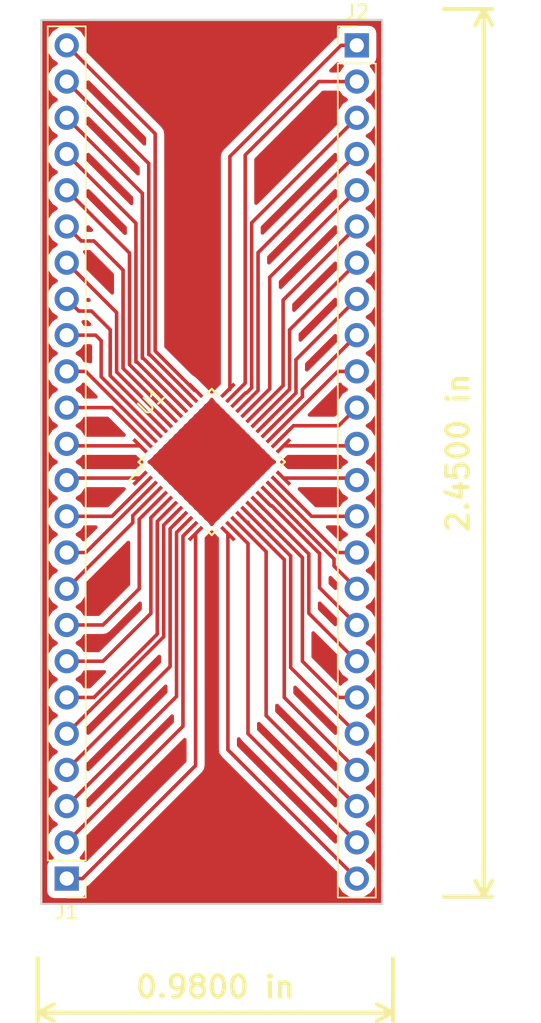
<source format=kicad_pcb>
(kicad_pcb (version 20170922) (host pcbnew "(2017-11-15 revision 370c3b068)-master")

  (general
    (thickness 1.6)
    (drawings 6)
    (tracks 166)
    (zones 0)
    (modules 3)
    (nets 49)
  )

  (page A4)
  (layers
    (0 F.Cu signal)
    (31 B.Cu signal)
    (32 B.Adhes user)
    (33 F.Adhes user)
    (34 B.Paste user)
    (35 F.Paste user)
    (36 B.SilkS user)
    (37 F.SilkS user)
    (38 B.Mask user)
    (39 F.Mask user)
    (40 Dwgs.User user)
    (41 Cmts.User user)
    (42 Eco1.User user)
    (43 Eco2.User user)
    (44 Edge.Cuts user)
    (45 Margin user)
    (46 B.CrtYd user)
    (47 F.CrtYd user)
    (48 B.Fab user)
    (49 F.Fab user)
  )

  (setup
    (last_trace_width 0.25)
    (trace_clearance 0.2)
    (zone_clearance 0.508)
    (zone_45_only no)
    (trace_min 0.2)
    (segment_width 0.2)
    (edge_width 0.15)
    (via_size 0.8)
    (via_drill 0.4)
    (via_min_size 0.4)
    (via_min_drill 0.3)
    (uvia_size 0.3)
    (uvia_drill 0.1)
    (uvias_allowed no)
    (uvia_min_size 0.2)
    (uvia_min_drill 0.1)
    (pcb_text_width 0.3)
    (pcb_text_size 1.5 1.5)
    (mod_edge_width 0.15)
    (mod_text_size 1 1)
    (mod_text_width 0.15)
    (pad_size 1.524 1.524)
    (pad_drill 0.762)
    (pad_to_mask_clearance 0.2)
    (aux_axis_origin 0 0)
    (visible_elements FFFFFF7F)
    (pcbplotparams
      (layerselection 0x01080_7fffffff)
      (usegerberextensions false)
      (usegerberattributes true)
      (usegerberadvancedattributes true)
      (creategerberjobfile true)
      (excludeedgelayer true)
      (linewidth 0.100000)
      (plotframeref false)
      (viasonmask false)
      (mode 1)
      (useauxorigin false)
      (hpglpennumber 1)
      (hpglpenspeed 20)
      (hpglpendiameter 15)
      (psnegative false)
      (psa4output false)
      (plotreference true)
      (plotvalue true)
      (plotinvisibletext false)
      (padsonsilk false)
      (subtractmaskfromsilk false)
      (outputformat 1)
      (mirror false)
      (drillshape 0)
      (scaleselection 1)
      (outputdirectory ../../../../temp/gerber/))
  )

  (net 0 "")
  (net 1 J1_24)
  (net 2 J1_23)
  (net 3 J1_22)
  (net 4 J1_21)
  (net 5 J1_20)
  (net 6 J1_19)
  (net 7 J1_18)
  (net 8 J1_17)
  (net 9 J1_16)
  (net 10 J1_15)
  (net 11 J1_14)
  (net 12 J1_13)
  (net 13 J1_12)
  (net 14 J1_11)
  (net 15 J1_10)
  (net 16 J1_09)
  (net 17 J1_08)
  (net 18 J1_07)
  (net 19 J1_06)
  (net 20 J1_05)
  (net 21 J1_04)
  (net 22 J1_03)
  (net 23 J1_02)
  (net 24 J1_01)
  (net 25 J2_01)
  (net 26 J2_02)
  (net 27 J2_03)
  (net 28 J2_04)
  (net 29 J2_05)
  (net 30 J2_06)
  (net 31 J2_07)
  (net 32 J2_08)
  (net 33 J2_09)
  (net 34 J2_10)
  (net 35 J2_11)
  (net 36 J2_12)
  (net 37 J2_13)
  (net 38 J2_14)
  (net 39 J2_15)
  (net 40 J2_16)
  (net 41 J2_17)
  (net 42 J2_18)
  (net 43 J2_19)
  (net 44 J2_20)
  (net 45 J2_21)
  (net 46 J2_22)
  (net 47 J2_23)
  (net 48 J2_24)

  (net_class Default "This is the default net class."
    (clearance 0.2)
    (trace_width 0.25)
    (via_dia 0.8)
    (via_drill 0.4)
    (uvia_dia 0.3)
    (uvia_drill 0.1)
    (add_net J1_01)
    (add_net J1_02)
    (add_net J1_03)
    (add_net J1_04)
    (add_net J1_05)
    (add_net J1_06)
    (add_net J1_07)
    (add_net J1_08)
    (add_net J1_09)
    (add_net J1_10)
    (add_net J1_11)
    (add_net J1_12)
    (add_net J1_13)
    (add_net J1_14)
    (add_net J1_15)
    (add_net J1_16)
    (add_net J1_17)
    (add_net J1_18)
    (add_net J1_19)
    (add_net J1_20)
    (add_net J1_21)
    (add_net J1_22)
    (add_net J1_23)
    (add_net J1_24)
    (add_net J2_01)
    (add_net J2_02)
    (add_net J2_03)
    (add_net J2_04)
    (add_net J2_05)
    (add_net J2_06)
    (add_net J2_07)
    (add_net J2_08)
    (add_net J2_09)
    (add_net J2_10)
    (add_net J2_11)
    (add_net J2_12)
    (add_net J2_13)
    (add_net J2_14)
    (add_net J2_15)
    (add_net J2_16)
    (add_net J2_17)
    (add_net J2_18)
    (add_net J2_19)
    (add_net J2_20)
    (add_net J2_21)
    (add_net J2_22)
    (add_net J2_23)
    (add_net J2_24)
  )

  (module Housings_QFP:LQFP-48_7x7mm_Pitch0.5mm (layer F.Cu) (tedit 54130A77) (tstamp 5A561A2A)
    (at 147.32 80.01 45)
    (descr "48 LEAD LQFP 7x7mm (see MICREL LQFP7x7-48LD-PL-1.pdf)")
    (tags "QFP 0.5")
    (path /5A54BC8D)
    (attr smd)
    (fp_text reference U1 (at 0 -6 45) (layer F.SilkS)
      (effects (font (size 1 1) (thickness 0.15)))
    )
    (fp_text value STM32F103C8Tx (at 0 6 45) (layer F.Fab)
      (effects (font (size 1 1) (thickness 0.15)))
    )
    (fp_text user %R (at 0 0 45) (layer F.Fab)
      (effects (font (size 1 1) (thickness 0.15)))
    )
    (fp_line (start -2.5 -3.5) (end 3.5 -3.5) (layer F.Fab) (width 0.15))
    (fp_line (start 3.5 -3.5) (end 3.5 3.5) (layer F.Fab) (width 0.15))
    (fp_line (start 3.5 3.5) (end -3.5 3.5) (layer F.Fab) (width 0.15))
    (fp_line (start -3.5 3.5) (end -3.5 -2.5) (layer F.Fab) (width 0.15))
    (fp_line (start -3.5 -2.5) (end -2.5 -3.5) (layer F.Fab) (width 0.15))
    (fp_line (start -5.25 -5.25) (end -5.25 5.25) (layer F.CrtYd) (width 0.05))
    (fp_line (start 5.25 -5.25) (end 5.25 5.25) (layer F.CrtYd) (width 0.05))
    (fp_line (start -5.25 -5.25) (end 5.25 -5.25) (layer F.CrtYd) (width 0.05))
    (fp_line (start -5.25 5.25) (end 5.25 5.25) (layer F.CrtYd) (width 0.05))
    (fp_line (start -3.625 -3.625) (end -3.625 -3.175) (layer F.SilkS) (width 0.15))
    (fp_line (start 3.625 -3.625) (end 3.625 -3.1) (layer F.SilkS) (width 0.15))
    (fp_line (start 3.625 3.625) (end 3.625 3.1) (layer F.SilkS) (width 0.15))
    (fp_line (start -3.625 3.625) (end -3.625 3.1) (layer F.SilkS) (width 0.15))
    (fp_line (start -3.625 -3.625) (end -3.1 -3.625) (layer F.SilkS) (width 0.15))
    (fp_line (start -3.625 3.625) (end -3.1 3.625) (layer F.SilkS) (width 0.15))
    (fp_line (start 3.625 3.625) (end 3.1 3.625) (layer F.SilkS) (width 0.15))
    (fp_line (start 3.625 -3.625) (end 3.1 -3.625) (layer F.SilkS) (width 0.15))
    (fp_line (start -3.625 -3.175) (end -5 -3.175) (layer F.SilkS) (width 0.15))
    (pad 1 smd rect (at -4.35 -2.75 45) (size 1.3 0.25) (layers F.Cu F.Paste F.Mask)
      (net 13 J1_12))
    (pad 2 smd rect (at -4.35 -2.25 45) (size 1.3 0.25) (layers F.Cu F.Paste F.Mask)
      (net 14 J1_11))
    (pad 3 smd rect (at -4.35 -1.749999 45) (size 1.3 0.25) (layers F.Cu F.Paste F.Mask)
      (net 15 J1_10))
    (pad 4 smd rect (at -4.35 -1.25 45) (size 1.3 0.25) (layers F.Cu F.Paste F.Mask)
      (net 16 J1_09))
    (pad 5 smd rect (at -4.35 -0.750001 45) (size 1.3 0.25) (layers F.Cu F.Paste F.Mask)
      (net 17 J1_08))
    (pad 6 smd rect (at -4.35 -0.25 45) (size 1.3 0.25) (layers F.Cu F.Paste F.Mask)
      (net 18 J1_07))
    (pad 7 smd rect (at -4.35 0.25 45) (size 1.3 0.25) (layers F.Cu F.Paste F.Mask)
      (net 19 J1_06))
    (pad 8 smd rect (at -4.35 0.750001 45) (size 1.3 0.25) (layers F.Cu F.Paste F.Mask)
      (net 20 J1_05))
    (pad 9 smd rect (at -4.35 1.25 45) (size 1.3 0.25) (layers F.Cu F.Paste F.Mask)
      (net 21 J1_04))
    (pad 10 smd rect (at -4.35 1.749999 45) (size 1.3 0.25) (layers F.Cu F.Paste F.Mask)
      (net 22 J1_03))
    (pad 11 smd rect (at -4.35 2.25 45) (size 1.3 0.25) (layers F.Cu F.Paste F.Mask)
      (net 23 J1_02))
    (pad 12 smd rect (at -4.35 2.75 45) (size 1.3 0.25) (layers F.Cu F.Paste F.Mask)
      (net 24 J1_01))
    (pad 13 smd rect (at -2.75 4.35 135) (size 1.3 0.25) (layers F.Cu F.Paste F.Mask)
      (net 48 J2_24))
    (pad 14 smd rect (at -2.25 4.35 135) (size 1.3 0.25) (layers F.Cu F.Paste F.Mask)
      (net 47 J2_23))
    (pad 15 smd rect (at -1.749999 4.35 135) (size 1.3 0.25) (layers F.Cu F.Paste F.Mask)
      (net 46 J2_22))
    (pad 16 smd rect (at -1.25 4.35 135) (size 1.3 0.25) (layers F.Cu F.Paste F.Mask)
      (net 45 J2_21))
    (pad 17 smd rect (at -0.750001 4.35 135) (size 1.3 0.25) (layers F.Cu F.Paste F.Mask)
      (net 44 J2_20))
    (pad 18 smd rect (at -0.25 4.35 135) (size 1.3 0.25) (layers F.Cu F.Paste F.Mask)
      (net 43 J2_19))
    (pad 19 smd rect (at 0.25 4.35 135) (size 1.3 0.25) (layers F.Cu F.Paste F.Mask)
      (net 42 J2_18))
    (pad 20 smd rect (at 0.750001 4.35 135) (size 1.3 0.25) (layers F.Cu F.Paste F.Mask)
      (net 41 J2_17))
    (pad 21 smd rect (at 1.25 4.35 135) (size 1.3 0.25) (layers F.Cu F.Paste F.Mask)
      (net 40 J2_16))
    (pad 22 smd rect (at 1.749999 4.35 135) (size 1.3 0.25) (layers F.Cu F.Paste F.Mask)
      (net 39 J2_15))
    (pad 23 smd rect (at 2.25 4.35 135) (size 1.3 0.25) (layers F.Cu F.Paste F.Mask)
      (net 38 J2_14))
    (pad 24 smd rect (at 2.75 4.35 135) (size 1.3 0.25) (layers F.Cu F.Paste F.Mask)
      (net 37 J2_13))
    (pad 25 smd rect (at 4.35 2.75 45) (size 1.3 0.25) (layers F.Cu F.Paste F.Mask)
      (net 36 J2_12))
    (pad 26 smd rect (at 4.35 2.25 45) (size 1.3 0.25) (layers F.Cu F.Paste F.Mask)
      (net 35 J2_11))
    (pad 27 smd rect (at 4.35 1.749999 45) (size 1.3 0.25) (layers F.Cu F.Paste F.Mask)
      (net 34 J2_10))
    (pad 28 smd rect (at 4.35 1.25 45) (size 1.3 0.25) (layers F.Cu F.Paste F.Mask)
      (net 33 J2_09))
    (pad 29 smd rect (at 4.35 0.750001 45) (size 1.3 0.25) (layers F.Cu F.Paste F.Mask)
      (net 32 J2_08))
    (pad 30 smd rect (at 4.35 0.25 45) (size 1.3 0.25) (layers F.Cu F.Paste F.Mask)
      (net 31 J2_07))
    (pad 31 smd rect (at 4.35 -0.25 45) (size 1.3 0.25) (layers F.Cu F.Paste F.Mask)
      (net 30 J2_06))
    (pad 32 smd rect (at 4.35 -0.750001 45) (size 1.3 0.25) (layers F.Cu F.Paste F.Mask)
      (net 29 J2_05))
    (pad 33 smd rect (at 4.35 -1.25 45) (size 1.3 0.25) (layers F.Cu F.Paste F.Mask)
      (net 28 J2_04))
    (pad 34 smd rect (at 4.35 -1.749999 45) (size 1.3 0.25) (layers F.Cu F.Paste F.Mask)
      (net 27 J2_03))
    (pad 35 smd rect (at 4.35 -2.25 45) (size 1.3 0.25) (layers F.Cu F.Paste F.Mask)
      (net 26 J2_02))
    (pad 36 smd rect (at 4.35 -2.75 45) (size 1.3 0.25) (layers F.Cu F.Paste F.Mask)
      (net 25 J2_01))
    (pad 37 smd rect (at 2.75 -4.35 135) (size 1.3 0.25) (layers F.Cu F.Paste F.Mask)
      (net 1 J1_24))
    (pad 38 smd rect (at 2.25 -4.35 135) (size 1.3 0.25) (layers F.Cu F.Paste F.Mask)
      (net 2 J1_23))
    (pad 39 smd rect (at 1.749999 -4.35 135) (size 1.3 0.25) (layers F.Cu F.Paste F.Mask)
      (net 3 J1_22))
    (pad 40 smd rect (at 1.25 -4.35 135) (size 1.3 0.25) (layers F.Cu F.Paste F.Mask)
      (net 4 J1_21))
    (pad 41 smd rect (at 0.750001 -4.35 135) (size 1.3 0.25) (layers F.Cu F.Paste F.Mask)
      (net 5 J1_20))
    (pad 42 smd rect (at 0.25 -4.35 135) (size 1.3 0.25) (layers F.Cu F.Paste F.Mask)
      (net 6 J1_19))
    (pad 43 smd rect (at -0.25 -4.35 135) (size 1.3 0.25) (layers F.Cu F.Paste F.Mask)
      (net 7 J1_18))
    (pad 44 smd rect (at -0.750001 -4.35 135) (size 1.3 0.25) (layers F.Cu F.Paste F.Mask)
      (net 8 J1_17))
    (pad 45 smd rect (at -1.25 -4.35 135) (size 1.3 0.25) (layers F.Cu F.Paste F.Mask)
      (net 9 J1_16))
    (pad 46 smd rect (at -1.749999 -4.35 135) (size 1.3 0.25) (layers F.Cu F.Paste F.Mask)
      (net 10 J1_15))
    (pad 47 smd rect (at -2.25 -4.35 135) (size 1.3 0.25) (layers F.Cu F.Paste F.Mask)
      (net 11 J1_14))
    (pad 48 smd rect (at -2.75 -4.35 135) (size 1.3 0.25) (layers F.Cu F.Paste F.Mask)
      (net 12 J1_13))
    (model ${KISYS3DMOD}/Housings_QFP.3dshapes/LQFP-48_7x7mm_Pitch0.5mm.wrl
      (at (xyz 0 0 0))
      (scale (xyz 1 1 1))
      (rotate (xyz 0 0 0))
    )
  )

  (module Pin_Headers:Pin_Header_Straight_1x24_Pitch2.54mm (layer F.Cu) (tedit 59650532) (tstamp 5A55F434)
    (at 157.48 50.8)
    (descr "Through hole straight pin header, 1x24, 2.54mm pitch, single row")
    (tags "Through hole pin header THT 1x24 2.54mm single row")
    (path /5A55C556)
    (fp_text reference J2 (at 0 -2.33) (layer F.SilkS)
      (effects (font (size 1 1) (thickness 0.15)))
    )
    (fp_text value Conn_01x24 (at 0 60.75) (layer F.Fab)
      (effects (font (size 1 1) (thickness 0.15)))
    )
    (fp_line (start -0.635 -1.27) (end 1.27 -1.27) (layer F.Fab) (width 0.1))
    (fp_line (start 1.27 -1.27) (end 1.27 59.69) (layer F.Fab) (width 0.1))
    (fp_line (start 1.27 59.69) (end -1.27 59.69) (layer F.Fab) (width 0.1))
    (fp_line (start -1.27 59.69) (end -1.27 -0.635) (layer F.Fab) (width 0.1))
    (fp_line (start -1.27 -0.635) (end -0.635 -1.27) (layer F.Fab) (width 0.1))
    (fp_line (start -1.33 59.75) (end 1.33 59.75) (layer F.SilkS) (width 0.12))
    (fp_line (start -1.33 1.27) (end -1.33 59.75) (layer F.SilkS) (width 0.12))
    (fp_line (start 1.33 1.27) (end 1.33 59.75) (layer F.SilkS) (width 0.12))
    (fp_line (start -1.33 1.27) (end 1.33 1.27) (layer F.SilkS) (width 0.12))
    (fp_line (start -1.33 0) (end -1.33 -1.33) (layer F.SilkS) (width 0.12))
    (fp_line (start -1.33 -1.33) (end 0 -1.33) (layer F.SilkS) (width 0.12))
    (fp_line (start -1.8 -1.8) (end -1.8 60.2) (layer F.CrtYd) (width 0.05))
    (fp_line (start -1.8 60.2) (end 1.8 60.2) (layer F.CrtYd) (width 0.05))
    (fp_line (start 1.8 60.2) (end 1.8 -1.8) (layer F.CrtYd) (width 0.05))
    (fp_line (start 1.8 -1.8) (end -1.8 -1.8) (layer F.CrtYd) (width 0.05))
    (fp_text user %R (at 0 29.21 90) (layer F.Fab)
      (effects (font (size 1 1) (thickness 0.15)))
    )
    (pad 1 thru_hole rect (at 0 0) (size 1.7 1.7) (drill 1) (layers *.Cu *.Mask)
      (net 25 J2_01))
    (pad 2 thru_hole oval (at 0 2.54) (size 1.7 1.7) (drill 1) (layers *.Cu *.Mask)
      (net 26 J2_02))
    (pad 3 thru_hole oval (at 0 5.08) (size 1.7 1.7) (drill 1) (layers *.Cu *.Mask)
      (net 27 J2_03))
    (pad 4 thru_hole oval (at 0 7.62) (size 1.7 1.7) (drill 1) (layers *.Cu *.Mask)
      (net 28 J2_04))
    (pad 5 thru_hole oval (at 0 10.16) (size 1.7 1.7) (drill 1) (layers *.Cu *.Mask)
      (net 29 J2_05))
    (pad 6 thru_hole oval (at 0 12.7) (size 1.7 1.7) (drill 1) (layers *.Cu *.Mask)
      (net 30 J2_06))
    (pad 7 thru_hole oval (at 0 15.24) (size 1.7 1.7) (drill 1) (layers *.Cu *.Mask)
      (net 31 J2_07))
    (pad 8 thru_hole oval (at 0 17.78) (size 1.7 1.7) (drill 1) (layers *.Cu *.Mask)
      (net 32 J2_08))
    (pad 9 thru_hole oval (at 0 20.32) (size 1.7 1.7) (drill 1) (layers *.Cu *.Mask)
      (net 33 J2_09))
    (pad 10 thru_hole oval (at 0 22.86) (size 1.7 1.7) (drill 1) (layers *.Cu *.Mask)
      (net 34 J2_10))
    (pad 11 thru_hole oval (at 0 25.4) (size 1.7 1.7) (drill 1) (layers *.Cu *.Mask)
      (net 35 J2_11))
    (pad 12 thru_hole oval (at 0 27.94) (size 1.7 1.7) (drill 1) (layers *.Cu *.Mask)
      (net 36 J2_12))
    (pad 13 thru_hole oval (at 0 30.48) (size 1.7 1.7) (drill 1) (layers *.Cu *.Mask)
      (net 37 J2_13))
    (pad 14 thru_hole oval (at 0 33.02) (size 1.7 1.7) (drill 1) (layers *.Cu *.Mask)
      (net 38 J2_14))
    (pad 15 thru_hole oval (at 0 35.56) (size 1.7 1.7) (drill 1) (layers *.Cu *.Mask)
      (net 39 J2_15))
    (pad 16 thru_hole oval (at 0 38.1) (size 1.7 1.7) (drill 1) (layers *.Cu *.Mask)
      (net 40 J2_16))
    (pad 17 thru_hole oval (at 0 40.64) (size 1.7 1.7) (drill 1) (layers *.Cu *.Mask)
      (net 41 J2_17))
    (pad 18 thru_hole oval (at 0 43.18) (size 1.7 1.7) (drill 1) (layers *.Cu *.Mask)
      (net 42 J2_18))
    (pad 19 thru_hole oval (at 0 45.72) (size 1.7 1.7) (drill 1) (layers *.Cu *.Mask)
      (net 43 J2_19))
    (pad 20 thru_hole oval (at 0 48.26) (size 1.7 1.7) (drill 1) (layers *.Cu *.Mask)
      (net 44 J2_20))
    (pad 21 thru_hole oval (at 0 50.8) (size 1.7 1.7) (drill 1) (layers *.Cu *.Mask)
      (net 45 J2_21))
    (pad 22 thru_hole oval (at 0 53.34) (size 1.7 1.7) (drill 1) (layers *.Cu *.Mask)
      (net 46 J2_22))
    (pad 23 thru_hole oval (at 0 55.88) (size 1.7 1.7) (drill 1) (layers *.Cu *.Mask)
      (net 47 J2_23))
    (pad 24 thru_hole oval (at 0 58.42) (size 1.7 1.7) (drill 1) (layers *.Cu *.Mask)
      (net 48 J2_24))
    (model ${KISYS3DMOD}/Pin_Headers.3dshapes/Pin_Header_Straight_1x24_Pitch2.54mm.wrl
      (at (xyz 0 0 0))
      (scale (xyz 1 1 1))
      (rotate (xyz 0 0 0))
    )
  )

  (module Pin_Headers:Pin_Header_Straight_1x24_Pitch2.54mm (layer F.Cu) (tedit 59650532) (tstamp 5A55F409)
    (at 137.16 109.22 180)
    (descr "Through hole straight pin header, 1x24, 2.54mm pitch, single row")
    (tags "Through hole pin header THT 1x24 2.54mm single row")
    (path /5A54C245)
    (fp_text reference J1 (at 0 -2.33 180) (layer F.SilkS)
      (effects (font (size 1 1) (thickness 0.15)))
    )
    (fp_text value Conn_01x24 (at 0 60.75 180) (layer F.Fab)
      (effects (font (size 1 1) (thickness 0.15)))
    )
    (fp_text user %R (at 0 29.21 270) (layer F.Fab)
      (effects (font (size 1 1) (thickness 0.15)))
    )
    (fp_line (start 1.8 -1.8) (end -1.8 -1.8) (layer F.CrtYd) (width 0.05))
    (fp_line (start 1.8 60.2) (end 1.8 -1.8) (layer F.CrtYd) (width 0.05))
    (fp_line (start -1.8 60.2) (end 1.8 60.2) (layer F.CrtYd) (width 0.05))
    (fp_line (start -1.8 -1.8) (end -1.8 60.2) (layer F.CrtYd) (width 0.05))
    (fp_line (start -1.33 -1.33) (end 0 -1.33) (layer F.SilkS) (width 0.12))
    (fp_line (start -1.33 0) (end -1.33 -1.33) (layer F.SilkS) (width 0.12))
    (fp_line (start -1.33 1.27) (end 1.33 1.27) (layer F.SilkS) (width 0.12))
    (fp_line (start 1.33 1.27) (end 1.33 59.75) (layer F.SilkS) (width 0.12))
    (fp_line (start -1.33 1.27) (end -1.33 59.75) (layer F.SilkS) (width 0.12))
    (fp_line (start -1.33 59.75) (end 1.33 59.75) (layer F.SilkS) (width 0.12))
    (fp_line (start -1.27 -0.635) (end -0.635 -1.27) (layer F.Fab) (width 0.1))
    (fp_line (start -1.27 59.69) (end -1.27 -0.635) (layer F.Fab) (width 0.1))
    (fp_line (start 1.27 59.69) (end -1.27 59.69) (layer F.Fab) (width 0.1))
    (fp_line (start 1.27 -1.27) (end 1.27 59.69) (layer F.Fab) (width 0.1))
    (fp_line (start -0.635 -1.27) (end 1.27 -1.27) (layer F.Fab) (width 0.1))
    (pad 24 thru_hole oval (at 0 58.42 180) (size 1.7 1.7) (drill 1) (layers *.Cu *.Mask)
      (net 1 J1_24))
    (pad 23 thru_hole oval (at 0 55.88 180) (size 1.7 1.7) (drill 1) (layers *.Cu *.Mask)
      (net 2 J1_23))
    (pad 22 thru_hole oval (at 0 53.34 180) (size 1.7 1.7) (drill 1) (layers *.Cu *.Mask)
      (net 3 J1_22))
    (pad 21 thru_hole oval (at 0 50.8 180) (size 1.7 1.7) (drill 1) (layers *.Cu *.Mask)
      (net 4 J1_21))
    (pad 20 thru_hole oval (at 0 48.26 180) (size 1.7 1.7) (drill 1) (layers *.Cu *.Mask)
      (net 5 J1_20))
    (pad 19 thru_hole oval (at 0 45.72 180) (size 1.7 1.7) (drill 1) (layers *.Cu *.Mask)
      (net 6 J1_19))
    (pad 18 thru_hole oval (at 0 43.18 180) (size 1.7 1.7) (drill 1) (layers *.Cu *.Mask)
      (net 7 J1_18))
    (pad 17 thru_hole oval (at 0 40.64 180) (size 1.7 1.7) (drill 1) (layers *.Cu *.Mask)
      (net 8 J1_17))
    (pad 16 thru_hole oval (at 0 38.1 180) (size 1.7 1.7) (drill 1) (layers *.Cu *.Mask)
      (net 9 J1_16))
    (pad 15 thru_hole oval (at 0 35.56 180) (size 1.7 1.7) (drill 1) (layers *.Cu *.Mask)
      (net 10 J1_15))
    (pad 14 thru_hole oval (at 0 33.02 180) (size 1.7 1.7) (drill 1) (layers *.Cu *.Mask)
      (net 11 J1_14))
    (pad 13 thru_hole oval (at 0 30.48 180) (size 1.7 1.7) (drill 1) (layers *.Cu *.Mask)
      (net 12 J1_13))
    (pad 12 thru_hole oval (at 0 27.94 180) (size 1.7 1.7) (drill 1) (layers *.Cu *.Mask)
      (net 13 J1_12))
    (pad 11 thru_hole oval (at 0 25.4 180) (size 1.7 1.7) (drill 1) (layers *.Cu *.Mask)
      (net 14 J1_11))
    (pad 10 thru_hole oval (at 0 22.86 180) (size 1.7 1.7) (drill 1) (layers *.Cu *.Mask)
      (net 15 J1_10))
    (pad 9 thru_hole oval (at 0 20.32 180) (size 1.7 1.7) (drill 1) (layers *.Cu *.Mask)
      (net 16 J1_09))
    (pad 8 thru_hole oval (at 0 17.78 180) (size 1.7 1.7) (drill 1) (layers *.Cu *.Mask)
      (net 17 J1_08))
    (pad 7 thru_hole oval (at 0 15.24 180) (size 1.7 1.7) (drill 1) (layers *.Cu *.Mask)
      (net 18 J1_07))
    (pad 6 thru_hole oval (at 0 12.7 180) (size 1.7 1.7) (drill 1) (layers *.Cu *.Mask)
      (net 19 J1_06))
    (pad 5 thru_hole oval (at 0 10.16 180) (size 1.7 1.7) (drill 1) (layers *.Cu *.Mask)
      (net 20 J1_05))
    (pad 4 thru_hole oval (at 0 7.62 180) (size 1.7 1.7) (drill 1) (layers *.Cu *.Mask)
      (net 21 J1_04))
    (pad 3 thru_hole oval (at 0 5.08 180) (size 1.7 1.7) (drill 1) (layers *.Cu *.Mask)
      (net 22 J1_03))
    (pad 2 thru_hole oval (at 0 2.54 180) (size 1.7 1.7) (drill 1) (layers *.Cu *.Mask)
      (net 23 J1_02))
    (pad 1 thru_hole rect (at 0 0 180) (size 1.7 1.7) (drill 1) (layers *.Cu *.Mask)
      (net 24 J1_01))
    (model ${KISYS3DMOD}/Pin_Headers.3dshapes/Pin_Header_Straight_1x24_Pitch2.54mm.wrl
      (at (xyz 0 0 0))
      (scale (xyz 1 1 1))
      (rotate (xyz 0 0 0))
    )
  )

  (gr_line (start 135.382 110.998) (end 135.382 49.022) (layer Edge.Cuts) (width 0.15))
  (gr_line (start 159.258 110.998) (end 135.382 110.998) (layer Edge.Cuts) (width 0.15))
  (gr_line (start 159.258 49.022) (end 159.258 110.998) (layer Edge.Cuts) (width 0.15))
  (gr_line (start 135.382 49.022) (end 159.258 49.022) (layer Edge.Cuts) (width 0.15))
  (dimension 62.23 (width 0.3) (layer F.SilkS)
    (gr_text "62.230 mm" (at 167.72 79.375 90) (layer F.SilkS) (tstamp 5A576378)
      (effects (font (size 1.5 1.5) (thickness 0.3)))
    )
    (feature1 (pts (xy 163.576 48.26) (xy 169.07 48.26)))
    (feature2 (pts (xy 163.576 110.49) (xy 169.07 110.49)))
    (crossbar (pts (xy 166.37 110.49) (xy 166.37 48.26)))
    (arrow1a (pts (xy 166.37 48.26) (xy 166.956421 49.386504)))
    (arrow1b (pts (xy 166.37 48.26) (xy 165.783579 49.386504)))
    (arrow2a (pts (xy 166.37 110.49) (xy 166.956421 109.363496)))
    (arrow2b (pts (xy 166.37 110.49) (xy 165.783579 109.363496)))
  )
  (dimension 24.892 (width 0.3) (layer F.SilkS)
    (gr_text "24.892 mm" (at 147.574 119.968) (layer F.SilkS) (tstamp 5A576379)
      (effects (font (size 1.5 1.5) (thickness 0.3)))
    )
    (feature1 (pts (xy 160.02 114.808) (xy 160.02 121.318)))
    (feature2 (pts (xy 135.128 114.808) (xy 135.128 121.318)))
    (crossbar (pts (xy 135.128 118.618) (xy 160.02 118.618)))
    (arrow1a (pts (xy 160.02 118.618) (xy 158.893496 119.204421)))
    (arrow1b (pts (xy 160.02 118.618) (xy 158.893496 118.031579)))
    (arrow2a (pts (xy 135.128 118.618) (xy 136.254504 119.204421)))
    (arrow2b (pts (xy 135.128 118.618) (xy 136.254504 118.031579)))
  )

  (segment (start 143.358071 56.998071) (end 143.358071 72.22968) (width 0.25) (layer F.Cu) (net 1))
  (segment (start 143.358071 72.22968) (end 146.117933 74.989542) (width 0.25) (layer F.Cu) (net 1))
  (segment (start 137.16 50.8) (end 143.358071 56.998071) (width 0.25) (layer F.Cu) (net 1))
  (segment (start 146.117933 74.989542) (end 146.188629 74.989542) (width 0.25) (layer F.Cu) (net 1))
  (segment (start 142.908061 72.486778) (end 142.978759 72.486778) (width 0.25) (layer F.Cu) (net 2))
  (segment (start 142.978759 72.486778) (end 145.835076 75.343095) (width 0.25) (layer F.Cu) (net 2))
  (segment (start 137.16 53.34) (end 142.908061 59.088061) (width 0.25) (layer F.Cu) (net 2))
  (segment (start 142.908061 59.088061) (end 142.908061 72.486778) (width 0.25) (layer F.Cu) (net 2))
  (segment (start 142.458051 72.735051) (end 142.519924 72.735051) (width 0.25) (layer F.Cu) (net 3))
  (segment (start 142.519924 72.735051) (end 145.481522 75.696649) (width 0.25) (layer F.Cu) (net 3))
  (segment (start 137.16 55.88) (end 142.458051 61.178051) (width 0.25) (layer F.Cu) (net 3))
  (segment (start 142.458051 61.178051) (end 142.458051 72.735051) (width 0.25) (layer F.Cu) (net 3))
  (segment (start 142.008041 73.00097) (end 142.078737 73.00097) (width 0.25) (layer F.Cu) (net 4))
  (segment (start 142.078737 73.00097) (end 145.127969 76.050202) (width 0.25) (layer F.Cu) (net 4))
  (segment (start 137.16 58.42) (end 142.008041 63.268041) (width 0.25) (layer F.Cu) (net 4))
  (segment (start 142.008041 63.268041) (end 142.008041 73.00097) (width 0.25) (layer F.Cu) (net 4))
  (segment (start 137.16 60.96) (end 141.558031 65.358031) (width 0.25) (layer F.Cu) (net 5))
  (segment (start 141.558031 65.358031) (end 141.558031 73.18737) (width 0.25) (layer F.Cu) (net 5))
  (segment (start 141.558031 73.18737) (end 144.244087 75.873426) (width 0.25) (layer F.Cu) (net 5))
  (segment (start 144.244087 75.873426) (end 144.774416 76.403755) (width 0.25) (layer F.Cu) (net 5))
  (segment (start 139.065 64.516) (end 138.176 64.516) (width 0.25) (layer F.Cu) (net 6))
  (segment (start 138.176 64.516) (end 137.16 63.5) (width 0.25) (layer F.Cu) (net 6))
  (segment (start 141.108021 66.559021) (end 139.065 64.516) (width 0.25) (layer F.Cu) (net 6))
  (segment (start 144.420862 76.757309) (end 141.108021 73.444468) (width 0.25) (layer F.Cu) (net 6))
  (segment (start 141.108021 73.444468) (end 141.108021 66.559021) (width 0.25) (layer F.Cu) (net 6))
  (segment (start 144.067309 77.110862) (end 140.658011 73.701564) (width 0.25) (layer F.Cu) (net 7))
  (segment (start 140.658011 69.538011) (end 138.009999 66.889999) (width 0.25) (layer F.Cu) (net 7))
  (segment (start 140.658011 73.701564) (end 140.658011 69.538011) (width 0.25) (layer F.Cu) (net 7))
  (segment (start 138.009999 66.889999) (end 137.16 66.04) (width 0.25) (layer F.Cu) (net 7))
  (segment (start 143.713755 77.464416) (end 140.208 73.958661) (width 0.25) (layer F.Cu) (net 8))
  (segment (start 140.208 73.958661) (end 140.208 70.739) (width 0.25) (layer F.Cu) (net 8))
  (segment (start 140.208 70.739) (end 138.898999 69.429999) (width 0.25) (layer F.Cu) (net 8))
  (segment (start 138.898999 69.429999) (end 138.009999 69.429999) (width 0.25) (layer F.Cu) (net 8))
  (segment (start 138.009999 69.429999) (end 137.16 68.58) (width 0.25) (layer F.Cu) (net 8))
  (segment (start 139.573 74.030767) (end 139.573 71.501) (width 0.25) (layer F.Cu) (net 9))
  (segment (start 143.360202 77.817969) (end 139.573 74.030767) (width 0.25) (layer F.Cu) (net 9))
  (segment (start 139.573 71.501) (end 139.192 71.12) (width 0.25) (layer F.Cu) (net 9))
  (segment (start 139.192 71.12) (end 137.16 71.12) (width 0.25) (layer F.Cu) (net 9))
  (segment (start 143.006649 78.171522) (end 138.495127 73.66) (width 0.25) (layer F.Cu) (net 10))
  (segment (start 138.495127 73.66) (end 137.16 73.66) (width 0.25) (layer F.Cu) (net 10))
  (segment (start 142.653095 78.525076) (end 140.328019 76.2) (width 0.25) (layer F.Cu) (net 11))
  (segment (start 140.328019 76.2) (end 137.16 76.2) (width 0.25) (layer F.Cu) (net 11))
  (segment (start 142.299542 78.878629) (end 137.298629 78.878629) (width 0.25) (layer F.Cu) (net 12))
  (segment (start 137.298629 78.878629) (end 137.16 78.74) (width 0.25) (layer F.Cu) (net 12))
  (segment (start 142.299542 81.141371) (end 137.298629 81.141371) (width 0.25) (layer F.Cu) (net 13))
  (segment (start 137.298629 81.141371) (end 137.16 81.28) (width 0.25) (layer F.Cu) (net 13))
  (segment (start 142.653095 81.494924) (end 140.328019 83.82) (width 0.25) (layer F.Cu) (net 14))
  (segment (start 140.328019 83.82) (end 137.16 83.82) (width 0.25) (layer F.Cu) (net 14))
  (segment (start 143.006649 81.848478) (end 138.495127 86.36) (width 0.25) (layer F.Cu) (net 15))
  (segment (start 138.495127 86.36) (end 137.16 86.36) (width 0.25) (layer F.Cu) (net 15))
  (segment (start 137.16 88.9) (end 141.78999 84.27001) (width 0.25) (layer F.Cu) (net 16))
  (segment (start 141.78999 84.27001) (end 141.78999 83.772243) (width 0.25) (layer F.Cu) (net 16))
  (segment (start 141.78999 83.772243) (end 142.829873 82.73236) (width 0.25) (layer F.Cu) (net 16))
  (segment (start 142.829873 82.73236) (end 143.360202 82.202031) (width 0.25) (layer F.Cu) (net 16))
  (segment (start 142.24 88.9) (end 142.24 84.029339) (width 0.25) (layer F.Cu) (net 17))
  (segment (start 142.24 84.029339) (end 143.713755 82.555584) (width 0.25) (layer F.Cu) (net 17))
  (segment (start 139.7 91.44) (end 142.24 88.9) (width 0.25) (layer F.Cu) (net 17))
  (segment (start 137.16 91.44) (end 139.7 91.44) (width 0.25) (layer F.Cu) (net 17))
  (segment (start 137.16 93.98) (end 139.7 93.98) (width 0.25) (layer F.Cu) (net 18))
  (segment (start 139.7 93.98) (end 143.054698 90.625302) (width 0.25) (layer F.Cu) (net 18))
  (segment (start 143.054698 83.921749) (end 143.53698 83.439467) (width 0.25) (layer F.Cu) (net 18))
  (segment (start 143.054698 90.625302) (end 143.054698 83.921749) (width 0.25) (layer F.Cu) (net 18))
  (segment (start 143.53698 83.439467) (end 144.067309 82.909138) (width 0.25) (layer F.Cu) (net 18))
  (segment (start 143.504708 92.078882) (end 143.504708 84.178845) (width 0.25) (layer F.Cu) (net 19))
  (segment (start 143.504708 84.178845) (end 144.420862 83.262691) (width 0.25) (layer F.Cu) (net 19))
  (segment (start 139.06359 96.52) (end 143.504708 92.078882) (width 0.25) (layer F.Cu) (net 19))
  (segment (start 137.16 96.52) (end 139.06359 96.52) (width 0.25) (layer F.Cu) (net 19))
  (segment (start 137.16 99.06) (end 143.954718 92.265282) (width 0.25) (layer F.Cu) (net 20))
  (segment (start 143.954718 84.435943) (end 144.244087 84.146574) (width 0.25) (layer F.Cu) (net 20))
  (segment (start 144.244087 84.146574) (end 144.774416 83.616245) (width 0.25) (layer F.Cu) (net 20))
  (segment (start 143.954718 92.265282) (end 143.954718 84.435943) (width 0.25) (layer F.Cu) (net 20))
  (segment (start 144.404727 84.69304) (end 144.404727 94.355273) (width 0.25) (layer F.Cu) (net 21))
  (segment (start 144.404727 94.355273) (end 137.16 101.6) (width 0.25) (layer F.Cu) (net 21))
  (segment (start 145.127969 83.969798) (end 144.404727 84.69304) (width 0.25) (layer F.Cu) (net 21))
  (segment (start 145.481522 84.323351) (end 144.854737 84.950136) (width 0.25) (layer F.Cu) (net 22))
  (segment (start 144.854737 84.950136) (end 144.854737 96.445263) (width 0.25) (layer F.Cu) (net 22))
  (segment (start 144.854737 96.445263) (end 138.009999 103.290001) (width 0.25) (layer F.Cu) (net 22))
  (segment (start 138.009999 103.290001) (end 137.16 104.14) (width 0.25) (layer F.Cu) (net 22))
  (segment (start 145.835076 84.676905) (end 145.304747 85.207234) (width 0.25) (layer F.Cu) (net 23))
  (segment (start 138.009999 105.830001) (end 137.16 106.68) (width 0.25) (layer F.Cu) (net 23))
  (segment (start 145.304747 85.207234) (end 145.304747 98.535253) (width 0.25) (layer F.Cu) (net 23))
  (segment (start 145.304747 98.535253) (end 138.009999 105.830001) (width 0.25) (layer F.Cu) (net 23))
  (segment (start 146.188629 85.030458) (end 146.188629 101.291371) (width 0.25) (layer F.Cu) (net 24))
  (segment (start 146.188629 101.291371) (end 138.26 109.22) (width 0.25) (layer F.Cu) (net 24))
  (segment (start 138.26 109.22) (end 137.16 109.22) (width 0.25) (layer F.Cu) (net 24))
  (segment (start 156.38 50.8) (end 148.59 58.59) (width 0.25) (layer F.Cu) (net 25))
  (segment (start 157.48 50.8) (end 156.38 50.8) (width 0.25) (layer F.Cu) (net 25))
  (segment (start 148.59 58.59) (end 148.59 74.921607) (width 0.25) (layer F.Cu) (net 25))
  (segment (start 154.813 53.34) (end 149.664334 58.488666) (width 0.25) (layer F.Cu) (net 26))
  (segment (start 149.664334 58.488666) (end 149.664334 74.483685) (width 0.25) (layer F.Cu) (net 26))
  (segment (start 149.335253 74.812766) (end 148.804924 75.343095) (width 0.25) (layer F.Cu) (net 26))
  (segment (start 149.664334 74.483685) (end 149.335253 74.812766) (width 0.25) (layer F.Cu) (net 26))
  (segment (start 157.48 53.34) (end 155.194 53.34) (width 0.25) (layer F.Cu) (net 26))
  (segment (start 155.194 53.34) (end 154.813 53.34) (width 0.25) (layer F.Cu) (net 26))
  (segment (start 155.194 53.34) (end 154.94 53.34) (width 0.25) (layer F.Cu) (net 26))
  (segment (start 149.748637 75.177184) (end 149.737773 75.16632) (width 0.25) (layer F.Cu) (net 27))
  (segment (start 149.737773 75.16632) (end 149.688807 75.16632) (width 0.25) (layer F.Cu) (net 27))
  (segment (start 149.688807 75.16632) (end 149.158478 75.696649) (width 0.25) (layer F.Cu) (net 27))
  (segment (start 150.114344 63.245656) (end 150.114344 74.811477) (width 0.25) (layer F.Cu) (net 27))
  (segment (start 157.48 55.88) (end 150.114344 63.245656) (width 0.25) (layer F.Cu) (net 27))
  (segment (start 150.114344 74.811477) (end 149.748637 75.177184) (width 0.25) (layer F.Cu) (net 27))
  (segment (start 149.512031 76.050202) (end 150.564354 74.997879) (width 0.25) (layer F.Cu) (net 28))
  (segment (start 150.564354 74.997879) (end 150.564354 65.335646) (width 0.25) (layer F.Cu) (net 28))
  (segment (start 150.564354 65.335646) (end 156.630001 59.269999) (width 0.25) (layer F.Cu) (net 28))
  (segment (start 156.630001 59.269999) (end 157.48 58.42) (width 0.25) (layer F.Cu) (net 28))
  (segment (start 151.384 67.056) (end 151.384 74.885339) (width 0.25) (layer F.Cu) (net 29))
  (segment (start 157.48 60.96) (end 151.384 67.056) (width 0.25) (layer F.Cu) (net 29))
  (segment (start 151.384 74.885339) (end 149.865584 76.403755) (width 0.25) (layer F.Cu) (net 29))
  (segment (start 152.31997 68.66003) (end 152.31997 74.656477) (width 0.25) (layer F.Cu) (net 30))
  (segment (start 157.48 63.5) (end 152.31997 68.66003) (width 0.25) (layer F.Cu) (net 30))
  (segment (start 152.31997 74.656477) (end 150.219138 76.757309) (width 0.25) (layer F.Cu) (net 30))
  (segment (start 157.48 66.04) (end 152.76998 70.75002) (width 0.25) (layer F.Cu) (net 31))
  (segment (start 152.76998 70.75002) (end 152.76998 74.913573) (width 0.25) (layer F.Cu) (net 31))
  (segment (start 152.76998 74.913573) (end 151.10302 76.580533) (width 0.25) (layer F.Cu) (net 31))
  (segment (start 151.10302 76.580533) (end 150.572691 77.110862) (width 0.25) (layer F.Cu) (net 31))
  (segment (start 157.48 68.58) (end 153.21999 72.84001) (width 0.25) (layer F.Cu) (net 32))
  (segment (start 153.21999 72.84001) (end 153.21999 75.170671) (width 0.25) (layer F.Cu) (net 32))
  (segment (start 151.456574 76.934087) (end 150.926245 77.464416) (width 0.25) (layer F.Cu) (net 32))
  (segment (start 153.21999 75.170671) (end 151.456574 76.934087) (width 0.25) (layer F.Cu) (net 32))
  (segment (start 153.67 74.93) (end 153.67 75.427767) (width 0.25) (layer F.Cu) (net 33))
  (segment (start 153.67 75.427767) (end 151.279798 77.817969) (width 0.25) (layer F.Cu) (net 33))
  (segment (start 157.48 71.12) (end 153.67 74.93) (width 0.25) (layer F.Cu) (net 33))
  (segment (start 151.633351 78.171522) (end 156.144873 73.66) (width 0.25) (layer F.Cu) (net 34))
  (segment (start 156.144873 73.66) (end 157.48 73.66) (width 0.25) (layer F.Cu) (net 34))
  (segment (start 153.041981 77.47) (end 156.21 77.47) (width 0.25) (layer F.Cu) (net 35))
  (segment (start 156.21 77.47) (end 157.48 76.2) (width 0.25) (layer F.Cu) (net 35))
  (segment (start 151.986905 78.525076) (end 153.041981 77.47) (width 0.25) (layer F.Cu) (net 35))
  (segment (start 152.340458 78.878629) (end 157.341371 78.878629) (width 0.25) (layer F.Cu) (net 36))
  (segment (start 157.341371 78.878629) (end 157.48 78.74) (width 0.25) (layer F.Cu) (net 36))
  (segment (start 152.340458 81.141371) (end 157.341371 81.141371) (width 0.25) (layer F.Cu) (net 37))
  (segment (start 157.341371 81.141371) (end 157.48 81.28) (width 0.25) (layer F.Cu) (net 37))
  (segment (start 151.986905 81.494924) (end 154.311981 83.82) (width 0.25) (layer F.Cu) (net 38))
  (segment (start 154.311981 83.82) (end 157.48 83.82) (width 0.25) (layer F.Cu) (net 38))
  (segment (start 151.633351 81.848478) (end 156.144873 86.36) (width 0.25) (layer F.Cu) (net 39))
  (segment (start 156.144873 86.36) (end 157.48 86.36) (width 0.25) (layer F.Cu) (net 39))
  (segment (start 155.887777 86.81001) (end 155.887777 87.307777) (width 0.25) (layer F.Cu) (net 40))
  (segment (start 155.887777 87.307777) (end 157.48 88.9) (width 0.25) (layer F.Cu) (net 40))
  (segment (start 151.279798 82.202031) (end 155.887777 86.81001) (width 0.25) (layer F.Cu) (net 40))
  (segment (start 151.456574 83.085913) (end 151.52727 83.085913) (width 0.25) (layer F.Cu) (net 41))
  (segment (start 150.926245 82.555584) (end 151.456574 83.085913) (width 0.25) (layer F.Cu) (net 41))
  (segment (start 151.52727 83.085913) (end 154.870679 86.429322) (width 0.25) (layer F.Cu) (net 41))
  (segment (start 154.870679 86.429322) (end 154.870679 88.830679) (width 0.25) (layer F.Cu) (net 41))
  (segment (start 154.870679 88.830679) (end 157.48 91.44) (width 0.25) (layer F.Cu) (net 41))
  (segment (start 150.572691 82.909138) (end 154.120009 86.456456) (width 0.25) (layer F.Cu) (net 42))
  (segment (start 154.120009 86.456456) (end 154.120009 90.620009) (width 0.25) (layer F.Cu) (net 42))
  (segment (start 156.630001 93.130001) (end 157.48 93.98) (width 0.25) (layer F.Cu) (net 42))
  (segment (start 154.120009 90.620009) (end 156.630001 93.130001) (width 0.25) (layer F.Cu) (net 42))
  (segment (start 156.21 96.52) (end 153.67 93.98) (width 0.25) (layer F.Cu) (net 43))
  (segment (start 157.48 96.52) (end 156.21 96.52) (width 0.25) (layer F.Cu) (net 43))
  (segment (start 153.67 93.98) (end 153.67 86.713553) (width 0.25) (layer F.Cu) (net 43))
  (segment (start 153.67 86.713553) (end 150.219138 83.262691) (width 0.25) (layer F.Cu) (net 43))
  (segment (start 152.850009 94.430009) (end 152.850009 86.60067) (width 0.25) (layer F.Cu) (net 44))
  (segment (start 157.48 99.06) (end 152.850009 94.430009) (width 0.25) (layer F.Cu) (net 44))
  (segment (start 152.850009 86.60067) (end 150.31001 84.060673) (width 0.25) (layer F.Cu) (net 44))
  (segment (start 152.4 86.857767) (end 149.86 84.317767) (width 0.25) (layer F.Cu) (net 45))
  (segment (start 152.4 96.52) (end 152.4 86.857767) (width 0.25) (layer F.Cu) (net 45))
  (segment (start 149.86 84.317767) (end 149.86 84.247073) (width 0.25) (layer F.Cu) (net 45))
  (segment (start 157.48 101.6) (end 152.4 96.52) (width 0.25) (layer F.Cu) (net 45))
  (segment (start 151.13 97.79) (end 151.13 86.294873) (width 0.25) (layer F.Cu) (net 46))
  (segment (start 157.48 104.14) (end 151.13 97.79) (width 0.25) (layer F.Cu) (net 46))
  (segment (start 151.13 86.294873) (end 149.158478 84.323351) (width 0.25) (layer F.Cu) (net 46))
  (segment (start 149.86 99.06) (end 149.86 85.731981) (width 0.25) (layer F.Cu) (net 47))
  (segment (start 149.86 85.731981) (end 148.804924 84.676905) (width 0.25) (layer F.Cu) (net 47))
  (segment (start 157.48 106.68) (end 149.86 99.06) (width 0.25) (layer F.Cu) (net 47))
  (segment (start 148.451371 85.030458) (end 148.451371 100.191371) (width 0.25) (layer F.Cu) (net 48))
  (segment (start 148.451371 100.191371) (end 157.48 109.22) (width 0.25) (layer F.Cu) (net 48))

  (zone (net 0) (net_name "") (layer F.Cu) (tstamp 0) (hatch edge 0.508)
    (connect_pads (clearance 0.508))
    (min_thickness 0.254)
    (fill yes (arc_segments 16) (thermal_gap 0.508) (thermal_bridge_width 0.508))
    (polygon
      (pts
        (xy 159.258 111.252) (xy 159.258 49.022) (xy 135.382 49.022) (xy 135.382 110.998) (xy 159.258 110.998)
      )
    )
    (filled_polygon
      (pts
        (xy 159.131 110.871) (xy 135.509 110.871) (xy 135.509 50.8) (xy 135.645907 50.8) (xy 135.758946 51.368285)
        (xy 136.080853 51.850054) (xy 136.410026 52.07) (xy 136.080853 52.289946) (xy 135.758946 52.771715) (xy 135.645907 53.34)
        (xy 135.758946 53.908285) (xy 136.080853 54.390054) (xy 136.410026 54.61) (xy 136.080853 54.829946) (xy 135.758946 55.311715)
        (xy 135.645907 55.88) (xy 135.758946 56.448285) (xy 136.080853 56.930054) (xy 136.410026 57.15) (xy 136.080853 57.369946)
        (xy 135.758946 57.851715) (xy 135.645907 58.42) (xy 135.758946 58.988285) (xy 136.080853 59.470054) (xy 136.410026 59.69)
        (xy 136.080853 59.909946) (xy 135.758946 60.391715) (xy 135.645907 60.96) (xy 135.758946 61.528285) (xy 136.080853 62.010054)
        (xy 136.410026 62.23) (xy 136.080853 62.449946) (xy 135.758946 62.931715) (xy 135.645907 63.5) (xy 135.758946 64.068285)
        (xy 136.080853 64.550054) (xy 136.410026 64.77) (xy 136.080853 64.989946) (xy 135.758946 65.471715) (xy 135.645907 66.04)
        (xy 135.758946 66.608285) (xy 136.080853 67.090054) (xy 136.410026 67.31) (xy 136.080853 67.529946) (xy 135.758946 68.011715)
        (xy 135.645907 68.58) (xy 135.758946 69.148285) (xy 136.080853 69.630054) (xy 136.410026 69.85) (xy 136.080853 70.069946)
        (xy 135.758946 70.551715) (xy 135.645907 71.12) (xy 135.758946 71.688285) (xy 136.080853 72.170054) (xy 136.410026 72.39)
        (xy 136.080853 72.609946) (xy 135.758946 73.091715) (xy 135.645907 73.66) (xy 135.758946 74.228285) (xy 136.080853 74.710054)
        (xy 136.410026 74.93) (xy 136.080853 75.149946) (xy 135.758946 75.631715) (xy 135.645907 76.2) (xy 135.758946 76.768285)
        (xy 136.080853 77.250054) (xy 136.410026 77.47) (xy 136.080853 77.689946) (xy 135.758946 78.171715) (xy 135.645907 78.74)
        (xy 135.758946 79.308285) (xy 136.080853 79.790054) (xy 136.410026 80.01) (xy 136.080853 80.229946) (xy 135.758946 80.711715)
        (xy 135.645907 81.28) (xy 135.758946 81.848285) (xy 136.080853 82.330054) (xy 136.410026 82.55) (xy 136.080853 82.769946)
        (xy 135.758946 83.251715) (xy 135.645907 83.82) (xy 135.758946 84.388285) (xy 136.080853 84.870054) (xy 136.410026 85.09)
        (xy 136.080853 85.309946) (xy 135.758946 85.791715) (xy 135.645907 86.36) (xy 135.758946 86.928285) (xy 136.080853 87.410054)
        (xy 136.410026 87.63) (xy 136.080853 87.849946) (xy 135.758946 88.331715) (xy 135.645907 88.9) (xy 135.758946 89.468285)
        (xy 136.080853 89.950054) (xy 136.410026 90.17) (xy 136.080853 90.389946) (xy 135.758946 90.871715) (xy 135.645907 91.44)
        (xy 135.758946 92.008285) (xy 136.080853 92.490054) (xy 136.410026 92.71) (xy 136.080853 92.929946) (xy 135.758946 93.411715)
        (xy 135.645907 93.98) (xy 135.758946 94.548285) (xy 136.080853 95.030054) (xy 136.410026 95.25) (xy 136.080853 95.469946)
        (xy 135.758946 95.951715) (xy 135.645907 96.52) (xy 135.758946 97.088285) (xy 136.080853 97.570054) (xy 136.410026 97.79)
        (xy 136.080853 98.009946) (xy 135.758946 98.491715) (xy 135.645907 99.06) (xy 135.758946 99.628285) (xy 136.080853 100.110054)
        (xy 136.410026 100.33) (xy 136.080853 100.549946) (xy 135.758946 101.031715) (xy 135.645907 101.6) (xy 135.758946 102.168285)
        (xy 136.080853 102.650054) (xy 136.410026 102.87) (xy 136.080853 103.089946) (xy 135.758946 103.571715) (xy 135.645907 104.14)
        (xy 135.758946 104.708285) (xy 136.080853 105.190054) (xy 136.410026 105.41) (xy 136.080853 105.629946) (xy 135.758946 106.111715)
        (xy 135.645907 106.68) (xy 135.758946 107.248285) (xy 136.080853 107.730054) (xy 136.124777 107.759403) (xy 136.062235 107.771843)
        (xy 135.852191 107.912191) (xy 135.711843 108.122235) (xy 135.66256 108.37) (xy 135.66256 110.07) (xy 135.711843 110.317765)
        (xy 135.852191 110.527809) (xy 136.062235 110.668157) (xy 136.31 110.71744) (xy 138.01 110.71744) (xy 138.257765 110.668157)
        (xy 138.467809 110.527809) (xy 138.608157 110.317765) (xy 138.65744 110.07) (xy 138.65744 109.85092) (xy 138.797401 109.757401)
        (xy 146.72603 101.828772) (xy 146.890777 101.58221) (xy 146.948629 101.291371) (xy 146.948629 85.362853) (xy 147.194446 85.117036)
        (xy 147.32 84.929133) (xy 147.445554 85.117036) (xy 147.691371 85.362853) (xy 147.691371 100.191371) (xy 147.749223 100.48221)
        (xy 147.91397 100.728772) (xy 156.03879 108.853592) (xy 155.965907 109.22) (xy 156.078946 109.788285) (xy 156.400853 110.270054)
        (xy 156.882622 110.591961) (xy 157.450907 110.705) (xy 157.509093 110.705) (xy 158.077378 110.591961) (xy 158.559147 110.270054)
        (xy 158.881054 109.788285) (xy 158.994093 109.22) (xy 158.881054 108.651715) (xy 158.559147 108.169946) (xy 158.229974 107.95)
        (xy 158.559147 107.730054) (xy 158.881054 107.248285) (xy 158.994093 106.68) (xy 158.881054 106.111715) (xy 158.559147 105.629946)
        (xy 158.229974 105.41) (xy 158.559147 105.190054) (xy 158.881054 104.708285) (xy 158.994093 104.14) (xy 158.881054 103.571715)
        (xy 158.559147 103.089946) (xy 158.229974 102.87) (xy 158.559147 102.650054) (xy 158.881054 102.168285) (xy 158.994093 101.6)
        (xy 158.881054 101.031715) (xy 158.559147 100.549946) (xy 158.229974 100.33) (xy 158.559147 100.110054) (xy 158.881054 99.628285)
        (xy 158.994093 99.06) (xy 158.881054 98.491715) (xy 158.559147 98.009946) (xy 158.229974 97.79) (xy 158.559147 97.570054)
        (xy 158.881054 97.088285) (xy 158.994093 96.52) (xy 158.881054 95.951715) (xy 158.559147 95.469946) (xy 158.229974 95.25)
        (xy 158.559147 95.030054) (xy 158.881054 94.548285) (xy 158.994093 93.98) (xy 158.881054 93.411715) (xy 158.559147 92.929946)
        (xy 158.229974 92.71) (xy 158.559147 92.490054) (xy 158.881054 92.008285) (xy 158.994093 91.44) (xy 158.881054 90.871715)
        (xy 158.559147 90.389946) (xy 158.229974 90.17) (xy 158.559147 89.950054) (xy 158.881054 89.468285) (xy 158.994093 88.9)
        (xy 158.881054 88.331715) (xy 158.559147 87.849946) (xy 158.229974 87.63) (xy 158.559147 87.410054) (xy 158.881054 86.928285)
        (xy 158.994093 86.36) (xy 158.881054 85.791715) (xy 158.559147 85.309946) (xy 158.229974 85.09) (xy 158.559147 84.870054)
        (xy 158.881054 84.388285) (xy 158.994093 83.82) (xy 158.881054 83.251715) (xy 158.559147 82.769946) (xy 158.229974 82.55)
        (xy 158.559147 82.330054) (xy 158.881054 81.848285) (xy 158.994093 81.28) (xy 158.881054 80.711715) (xy 158.559147 80.229946)
        (xy 158.229974 80.01) (xy 158.559147 79.790054) (xy 158.881054 79.308285) (xy 158.994093 78.74) (xy 158.881054 78.171715)
        (xy 158.559147 77.689946) (xy 158.229974 77.47) (xy 158.559147 77.250054) (xy 158.881054 76.768285) (xy 158.994093 76.2)
        (xy 158.881054 75.631715) (xy 158.559147 75.149946) (xy 158.229974 74.93) (xy 158.559147 74.710054) (xy 158.881054 74.228285)
        (xy 158.994093 73.66) (xy 158.881054 73.091715) (xy 158.559147 72.609946) (xy 158.229974 72.39) (xy 158.559147 72.170054)
        (xy 158.881054 71.688285) (xy 158.994093 71.12) (xy 158.881054 70.551715) (xy 158.559147 70.069946) (xy 158.229974 69.85)
        (xy 158.559147 69.630054) (xy 158.881054 69.148285) (xy 158.994093 68.58) (xy 158.881054 68.011715) (xy 158.559147 67.529946)
        (xy 158.229974 67.31) (xy 158.559147 67.090054) (xy 158.881054 66.608285) (xy 158.994093 66.04) (xy 158.881054 65.471715)
        (xy 158.559147 64.989946) (xy 158.229974 64.77) (xy 158.559147 64.550054) (xy 158.881054 64.068285) (xy 158.994093 63.5)
        (xy 158.881054 62.931715) (xy 158.559147 62.449946) (xy 158.229974 62.23) (xy 158.559147 62.010054) (xy 158.881054 61.528285)
        (xy 158.994093 60.96) (xy 158.881054 60.391715) (xy 158.559147 59.909946) (xy 158.229974 59.69) (xy 158.559147 59.470054)
        (xy 158.881054 58.988285) (xy 158.994093 58.42) (xy 158.881054 57.851715) (xy 158.559147 57.369946) (xy 158.229974 57.15)
        (xy 158.559147 56.930054) (xy 158.881054 56.448285) (xy 158.994093 55.88) (xy 158.881054 55.311715) (xy 158.559147 54.829946)
        (xy 158.229974 54.61) (xy 158.559147 54.390054) (xy 158.881054 53.908285) (xy 158.994093 53.34) (xy 158.881054 52.771715)
        (xy 158.559147 52.289946) (xy 158.515223 52.260597) (xy 158.577765 52.248157) (xy 158.787809 52.107809) (xy 158.928157 51.897765)
        (xy 158.97744 51.65) (xy 158.97744 49.95) (xy 158.928157 49.702235) (xy 158.787809 49.492191) (xy 158.577765 49.351843)
        (xy 158.33 49.30256) (xy 156.63 49.30256) (xy 156.382235 49.351843) (xy 156.172191 49.492191) (xy 156.031843 49.702235)
        (xy 155.98256 49.95) (xy 155.98256 50.16908) (xy 155.842599 50.262599) (xy 148.052599 58.052599) (xy 147.887852 58.299161)
        (xy 147.83 58.59) (xy 147.83 74.518518) (xy 147.445554 74.902964) (xy 147.32 75.090867) (xy 147.194446 74.902964)
        (xy 146.275207 73.983725) (xy 146.065163 73.843377) (xy 146.041953 73.83876) (xy 144.118071 71.914878) (xy 144.118071 56.998071)
        (xy 144.060219 56.707232) (xy 143.895472 56.46067) (xy 138.60121 51.166408) (xy 138.674093 50.8) (xy 138.561054 50.231715)
        (xy 138.239147 49.749946) (xy 137.757378 49.428039) (xy 137.189093 49.315) (xy 137.130907 49.315) (xy 136.562622 49.428039)
        (xy 136.080853 49.749946) (xy 135.758946 50.231715) (xy 135.645907 50.8) (xy 135.509 50.8) (xy 135.509 49.149)
        (xy 159.131 49.149)
      )
    )
    (filled_polygon
      (pts
        (xy 145.428629 100.976569) (xy 138.477902 107.927296) (xy 138.467809 107.912191) (xy 138.257765 107.771843) (xy 138.195223 107.759403)
        (xy 138.239147 107.730054) (xy 138.561054 107.248285) (xy 138.674093 106.68) (xy 138.60121 106.313592) (xy 145.428629 99.486173)
      )
    )
    (filled_polygon
      (pts
        (xy 149.322599 99.597401) (xy 156.03879 106.313592) (xy 155.974019 106.639217) (xy 149.211371 99.876569) (xy 149.211371 99.430936)
      )
    )
    (filled_polygon
      (pts
        (xy 144.544747 98.220451) (xy 138.665981 104.099217) (xy 138.60121 103.773592) (xy 144.544747 97.830055)
      )
    )
    (filled_polygon
      (pts
        (xy 156.03879 103.773592) (xy 155.974019 104.099217) (xy 150.62 98.745198) (xy 150.62 98.354802)
      )
    )
    (filled_polygon
      (pts
        (xy 144.094737 96.130461) (xy 138.665981 101.559217) (xy 138.60121 101.233592) (xy 144.094737 95.740065)
      )
    )
    (filled_polygon
      (pts
        (xy 156.03879 101.233592) (xy 155.974019 101.559217) (xy 151.89 97.475198) (xy 151.89 97.084802)
      )
    )
    (filled_polygon
      (pts
        (xy 143.644727 94.040471) (xy 138.665981 99.019217) (xy 138.60121 98.693592) (xy 143.644727 93.650075)
      )
    )
    (filled_polygon
      (pts
        (xy 156.03879 98.693592) (xy 155.974019 99.019217) (xy 153.16 96.205198) (xy 153.16 95.814802)
      )
    )
    (filled_polygon
      (pts
        (xy 138.748788 95.76) (xy 138.432954 95.76) (xy 138.239147 95.469946) (xy 137.909974 95.25) (xy 138.239147 95.030054)
        (xy 138.432954 94.74) (xy 139.7 94.74) (xy 139.785868 94.72292)
      )
    )
    (filled_polygon
      (pts
        (xy 156.03879 93.613592) (xy 155.965907 93.98) (xy 156.078946 94.548285) (xy 156.400853 95.030054) (xy 156.730026 95.25)
        (xy 156.400853 95.469946) (xy 156.334321 95.569519) (xy 154.43 93.665198) (xy 154.43 92.004802)
      )
    )
    (filled_polygon
      (pts
        (xy 142.294698 90.3105) (xy 139.385198 93.22) (xy 138.432954 93.22) (xy 138.239147 92.929946) (xy 137.909974 92.71)
        (xy 138.239147 92.490054) (xy 138.432954 92.2) (xy 139.7 92.2) (xy 139.990839 92.142148) (xy 140.237401 91.977401)
        (xy 142.294698 89.920104)
      )
    )
    (filled_polygon
      (pts
        (xy 156.03879 91.073592) (xy 155.974019 91.399217) (xy 154.880009 90.305207) (xy 154.880009 89.914811)
      )
    )
    (filled_polygon
      (pts
        (xy 141.48 88.585198) (xy 139.385198 90.68) (xy 138.432954 90.68) (xy 138.239147 90.389946) (xy 137.909974 90.17)
        (xy 138.239147 89.950054) (xy 138.561054 89.468285) (xy 138.674093 88.9) (xy 138.60121 88.533592) (xy 141.48 85.654802)
      )
    )
    (filled_polygon
      (pts
        (xy 156.03879 88.533592) (xy 155.974019 88.859217) (xy 155.630679 88.515877) (xy 155.630679 88.125481)
      )
    )
    (filled_polygon
      (pts
        (xy 138.331765 85.44856) (xy 138.239147 85.309946) (xy 137.909974 85.09) (xy 138.239147 84.870054) (xy 138.432954 84.58)
        (xy 139.200325 84.58)
      )
    )
    (filled_polygon
      (pts
        (xy 156.400853 84.870054) (xy 156.730026 85.09) (xy 156.400853 85.309946) (xy 156.308235 85.44856) (xy 155.439675 84.58)
        (xy 156.207046 84.58)
      )
    )
    (filled_polygon
      (pts
        (xy 147.445554 75.818582) (xy 147.622331 75.995359) (xy 147.7283 76.066166) (xy 147.799107 76.172135) (xy 147.975884 76.348912)
        (xy 148.081854 76.419719) (xy 148.152661 76.525689) (xy 148.329438 76.702466) (xy 148.435407 76.773273) (xy 148.506214 76.879242)
        (xy 148.682991 77.056019) (xy 148.78896 77.126826) (xy 148.859767 77.232795) (xy 149.036544 77.409572) (xy 149.142514 77.480379)
        (xy 149.213321 77.586349) (xy 149.390098 77.763126) (xy 149.496067 77.833933) (xy 149.566874 77.939902) (xy 149.743651 78.116679)
        (xy 149.849621 78.187486) (xy 149.920428 78.293456) (xy 150.097205 78.470233) (xy 150.203174 78.54104) (xy 150.273981 78.647009)
        (xy 150.450758 78.823786) (xy 150.556727 78.894593) (xy 150.627534 79.000562) (xy 150.804311 79.177339) (xy 150.910281 79.248146)
        (xy 150.981088 79.354116) (xy 151.157865 79.530893) (xy 151.263834 79.6017) (xy 151.334641 79.707669) (xy 151.511418 79.884446)
        (xy 151.699321 80.01) (xy 151.511418 80.135554) (xy 151.334641 80.312331) (xy 151.263834 80.4183) (xy 151.157865 80.489107)
        (xy 150.981088 80.665884) (xy 150.910281 80.771854) (xy 150.804311 80.842661) (xy 150.627534 81.019438) (xy 150.556727 81.125407)
        (xy 150.450758 81.196214) (xy 150.273981 81.372991) (xy 150.203174 81.47896) (xy 150.097205 81.549767) (xy 149.920428 81.726544)
        (xy 149.849621 81.832514) (xy 149.743651 81.903321) (xy 149.566874 82.080098) (xy 149.496067 82.186067) (xy 149.390098 82.256874)
        (xy 149.213321 82.433651) (xy 149.142514 82.539621) (xy 149.036544 82.610428) (xy 148.859767 82.787205) (xy 148.78896 82.893174)
        (xy 148.682991 82.963981) (xy 148.506214 83.140758) (xy 148.435407 83.246727) (xy 148.329438 83.317534) (xy 148.152661 83.494311)
        (xy 148.081854 83.600281) (xy 147.975884 83.671088) (xy 147.799107 83.847865) (xy 147.7283 83.953834) (xy 147.622331 84.024641)
        (xy 147.445554 84.201418) (xy 147.32 84.389321) (xy 147.194446 84.201418) (xy 147.017669 84.024641) (xy 146.9117 83.953834)
        (xy 146.840893 83.847865) (xy 146.664116 83.671088) (xy 146.558146 83.600281) (xy 146.487339 83.494311) (xy 146.310562 83.317534)
        (xy 146.204593 83.246727) (xy 146.133786 83.140758) (xy 145.957009 82.963981) (xy 145.85104 82.893174) (xy 145.780233 82.787205)
        (xy 145.603456 82.610428) (xy 145.497486 82.539621) (xy 145.426679 82.433651) (xy 145.249902 82.256874) (xy 145.143933 82.186067)
        (xy 145.073126 82.080098) (xy 144.896349 81.903321) (xy 144.790379 81.832514) (xy 144.719572 81.726544) (xy 144.542795 81.549767)
        (xy 144.436826 81.47896) (xy 144.366019 81.372991) (xy 144.189242 81.196214) (xy 144.083273 81.125407) (xy 144.012466 81.019438)
        (xy 143.835689 80.842661) (xy 143.729719 80.771854) (xy 143.658912 80.665884) (xy 143.482135 80.489107) (xy 143.376166 80.4183)
        (xy 143.305359 80.312331) (xy 143.128582 80.135554) (xy 142.940679 80.01) (xy 143.128582 79.884446) (xy 143.305359 79.707669)
        (xy 143.376166 79.6017) (xy 143.482135 79.530893) (xy 143.658912 79.354116) (xy 143.729719 79.248146) (xy 143.835689 79.177339)
        (xy 144.012466 79.000562) (xy 144.083273 78.894593) (xy 144.189242 78.823786) (xy 144.366019 78.647009) (xy 144.436826 78.54104)
        (xy 144.542795 78.470233) (xy 144.719572 78.293456) (xy 144.790379 78.187486) (xy 144.896349 78.116679) (xy 145.073126 77.939902)
        (xy 145.143933 77.833933) (xy 145.249902 77.763126) (xy 145.426679 77.586349) (xy 145.497486 77.480379) (xy 145.603456 77.409572)
        (xy 145.780233 77.232795) (xy 145.85104 77.126826) (xy 145.957009 77.056019) (xy 146.133786 76.879242) (xy 146.204593 76.773273)
        (xy 146.310562 76.702466) (xy 146.487339 76.525689) (xy 146.558146 76.419719) (xy 146.664116 76.348912) (xy 146.840893 76.172135)
        (xy 146.9117 76.066166) (xy 147.017669 75.995359) (xy 147.194446 75.818582) (xy 147.32 75.630679)
      )
    )
    (filled_polygon
      (pts
        (xy 140.013217 83.06) (xy 138.432954 83.06) (xy 138.239147 82.769946) (xy 137.909974 82.55) (xy 138.239147 82.330054)
        (xy 138.525583 81.901371) (xy 141.171846 81.901371)
      )
    )
    (filled_polygon
      (pts
        (xy 156.400853 82.330054) (xy 156.730026 82.55) (xy 156.400853 82.769946) (xy 156.207046 83.06) (xy 154.626783 83.06)
        (xy 153.468154 81.901371) (xy 156.114417 81.901371)
      )
    )
    (filled_polygon
      (pts
        (xy 156.400853 79.790054) (xy 156.730026 80.01) (xy 156.400853 80.229946) (xy 156.299674 80.381371) (xy 152.672853 80.381371)
        (xy 152.427036 80.135554) (xy 152.239133 80.01) (xy 152.427036 79.884446) (xy 152.672853 79.638629) (xy 156.299674 79.638629)
      )
    )
    (filled_polygon
      (pts
        (xy 142.212964 79.884446) (xy 142.400867 80.01) (xy 142.212964 80.135554) (xy 141.967147 80.381371) (xy 138.340326 80.381371)
        (xy 138.239147 80.229946) (xy 137.909974 80.01) (xy 138.239147 79.790054) (xy 138.340326 79.638629) (xy 141.967147 79.638629)
      )
    )
    (filled_polygon
      (pts
        (xy 141.171846 78.118629) (xy 138.525583 78.118629) (xy 138.239147 77.689946) (xy 137.909974 77.47) (xy 138.239147 77.250054)
        (xy 138.432954 76.96) (xy 140.013217 76.96)
      )
    )
    (filled_polygon
      (pts
        (xy 156.400853 74.710054) (xy 156.730026 74.93) (xy 156.400853 75.149946) (xy 156.078946 75.631715) (xy 155.965907 76.2)
        (xy 156.03879 76.566408) (xy 155.895198 76.71) (xy 154.169675 76.71) (xy 156.308235 74.57144)
      )
    )
    (filled_polygon
      (pts
        (xy 139.200325 75.44) (xy 138.432954 75.44) (xy 138.239147 75.149946) (xy 137.909974 74.93) (xy 138.239147 74.710054)
        (xy 138.331765 74.57144)
      )
    )
    (filled_polygon
      (pts
        (xy 156.03879 71.486408) (xy 153.97999 73.545208) (xy 153.97999 73.154812) (xy 155.974019 71.160783)
      )
    )
    (filled_polygon
      (pts
        (xy 138.813 72.975915) (xy 138.785966 72.957852) (xy 138.495127 72.9) (xy 138.432954 72.9) (xy 138.239147 72.609946)
        (xy 137.909974 72.39) (xy 138.239147 72.170054) (xy 138.432954 71.88) (xy 138.813 71.88)
      )
    )
    (filled_polygon
      (pts
        (xy 156.03879 68.946408) (xy 153.52998 71.455218) (xy 153.52998 71.064822) (xy 155.974019 68.620783)
      )
    )
    (filled_polygon
      (pts
        (xy 138.754198 70.36) (xy 138.432954 70.36) (xy 138.319364 70.189999) (xy 138.584197 70.189999)
      )
    )
    (filled_polygon
      (pts
        (xy 156.03879 66.406408) (xy 153.07997 69.365228) (xy 153.07997 68.974832) (xy 155.974019 66.080783)
      )
    )
    (filled_polygon
      (pts
        (xy 138.715197 68.669999) (xy 138.656191 68.669999) (xy 138.665981 68.620783)
      )
    )
    (filled_polygon
      (pts
        (xy 140.348021 66.873823) (xy 140.348021 68.153219) (xy 138.60121 66.406408) (xy 138.674093 66.04) (xy 138.561054 65.471715)
        (xy 138.430282 65.276) (xy 138.750198 65.276)
      )
    )
    (filled_polygon
      (pts
        (xy 156.03879 63.866408) (xy 152.144 67.761198) (xy 152.144 67.370802) (xy 155.974019 63.540783)
      )
    )
    (filled_polygon
      (pts
        (xy 156.03879 61.326408) (xy 151.324354 66.040844) (xy 151.324354 65.650448) (xy 155.974019 61.000783)
      )
    )
    (filled_polygon
      (pts
        (xy 141.248041 63.582843) (xy 141.248041 63.973239) (xy 138.60121 61.326408) (xy 138.665981 61.000783)
      )
    )
    (filled_polygon
      (pts
        (xy 156.03879 58.786408) (xy 150.874344 63.950854) (xy 150.874344 63.560458) (xy 155.974019 58.460783)
      )
    )
    (filled_polygon
      (pts
        (xy 138.881198 63.756) (xy 138.623171 63.756) (xy 138.665981 63.540783)
      )
    )
    (filled_polygon
      (pts
        (xy 141.698051 61.492853) (xy 141.698051 61.883249) (xy 138.60121 58.786408) (xy 138.665981 58.460783)
      )
    )
    (filled_polygon
      (pts
        (xy 156.400853 54.390054) (xy 156.730026 54.61) (xy 156.400853 54.829946) (xy 156.078946 55.311715) (xy 155.965907 55.88)
        (xy 156.03879 56.246408) (xy 150.424334 61.860864) (xy 150.424334 58.803468) (xy 155.127802 54.1) (xy 156.207046 54.1)
      )
    )
    (filled_polygon
      (pts
        (xy 142.148061 59.402863) (xy 142.148061 59.793259) (xy 138.60121 56.246408) (xy 138.665981 55.920783)
      )
    )
    (filled_polygon
      (pts
        (xy 142.598071 57.312873) (xy 142.598071 57.703269) (xy 138.60121 53.706408) (xy 138.665981 53.380783)
      )
    )
    (filled_polygon
      (pts
        (xy 156.172191 52.107809) (xy 156.382235 52.248157) (xy 156.444777 52.260597) (xy 156.400853 52.289946) (xy 156.207046 52.58)
        (xy 155.674802 52.58) (xy 156.162098 52.092704)
      )
    )
  )
)

</source>
